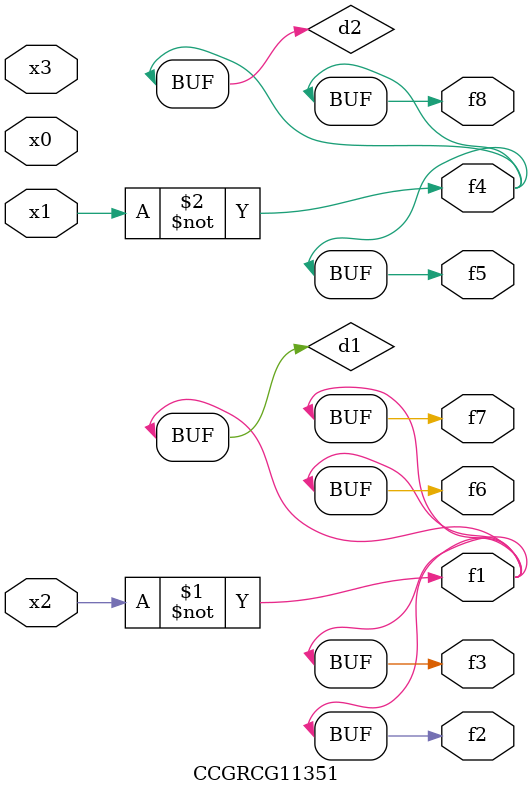
<source format=v>
module CCGRCG11351(
	input x0, x1, x2, x3,
	output f1, f2, f3, f4, f5, f6, f7, f8
);

	wire d1, d2;

	xnor (d1, x2);
	not (d2, x1);
	assign f1 = d1;
	assign f2 = d1;
	assign f3 = d1;
	assign f4 = d2;
	assign f5 = d2;
	assign f6 = d1;
	assign f7 = d1;
	assign f8 = d2;
endmodule

</source>
